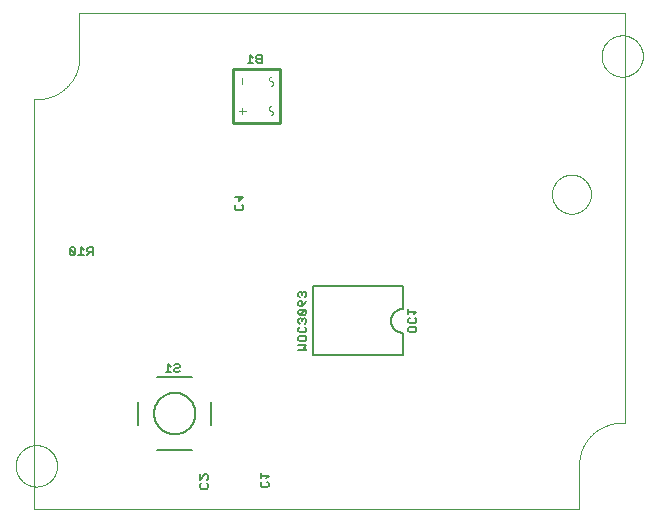
<source format=gbo>
G75*
%MOIN*%
%OFA0B0*%
%FSLAX25Y25*%
%IPPOS*%
%LPD*%
%AMOC8*
5,1,8,0,0,1.08239X$1,22.5*
%
%ADD10C,0.00394*%
%ADD11C,0.00000*%
%ADD12C,0.00600*%
%ADD13C,0.00800*%
%ADD14C,0.01000*%
%ADD15C,0.00400*%
%ADD16C,0.00500*%
D10*
X0014189Y0005042D02*
X0195882Y0005042D01*
X0195882Y0019609D02*
X0195886Y0019951D01*
X0195899Y0020294D01*
X0195919Y0020636D01*
X0195948Y0020977D01*
X0195985Y0021317D01*
X0196031Y0021657D01*
X0196084Y0021995D01*
X0196146Y0022332D01*
X0196216Y0022667D01*
X0196294Y0023001D01*
X0196380Y0023332D01*
X0196474Y0023662D01*
X0196576Y0023989D01*
X0196685Y0024313D01*
X0196803Y0024635D01*
X0196928Y0024954D01*
X0197061Y0025269D01*
X0197202Y0025582D01*
X0197350Y0025890D01*
X0197505Y0026196D01*
X0197668Y0026497D01*
X0197838Y0026794D01*
X0198015Y0027087D01*
X0198200Y0027376D01*
X0198391Y0027660D01*
X0198589Y0027940D01*
X0198793Y0028214D01*
X0199005Y0028484D01*
X0199222Y0028748D01*
X0199446Y0029007D01*
X0199677Y0029261D01*
X0199913Y0029509D01*
X0200155Y0029751D01*
X0200403Y0029987D01*
X0200657Y0030218D01*
X0200916Y0030442D01*
X0201180Y0030659D01*
X0201450Y0030871D01*
X0201724Y0031075D01*
X0202004Y0031273D01*
X0202288Y0031464D01*
X0202577Y0031649D01*
X0202870Y0031826D01*
X0203167Y0031996D01*
X0203468Y0032159D01*
X0203774Y0032314D01*
X0204082Y0032462D01*
X0204395Y0032603D01*
X0204710Y0032736D01*
X0205029Y0032861D01*
X0205351Y0032979D01*
X0205675Y0033088D01*
X0206002Y0033190D01*
X0206332Y0033284D01*
X0206663Y0033370D01*
X0206997Y0033448D01*
X0207332Y0033518D01*
X0207669Y0033580D01*
X0208007Y0033633D01*
X0208347Y0033679D01*
X0208687Y0033716D01*
X0209028Y0033745D01*
X0209370Y0033765D01*
X0209713Y0033778D01*
X0210055Y0033782D01*
X0211039Y0033782D02*
X0211039Y0170396D01*
X0029346Y0170396D01*
X0029346Y0155830D01*
X0029342Y0155488D01*
X0029329Y0155145D01*
X0029309Y0154803D01*
X0029280Y0154462D01*
X0029243Y0154122D01*
X0029197Y0153782D01*
X0029144Y0153444D01*
X0029082Y0153107D01*
X0029012Y0152772D01*
X0028934Y0152438D01*
X0028848Y0152107D01*
X0028754Y0151777D01*
X0028652Y0151450D01*
X0028543Y0151126D01*
X0028425Y0150804D01*
X0028300Y0150485D01*
X0028167Y0150170D01*
X0028026Y0149857D01*
X0027878Y0149549D01*
X0027723Y0149243D01*
X0027560Y0148942D01*
X0027390Y0148645D01*
X0027213Y0148352D01*
X0027028Y0148063D01*
X0026837Y0147779D01*
X0026639Y0147499D01*
X0026435Y0147225D01*
X0026223Y0146955D01*
X0026006Y0146691D01*
X0025782Y0146432D01*
X0025551Y0146178D01*
X0025315Y0145930D01*
X0025073Y0145688D01*
X0024825Y0145452D01*
X0024571Y0145221D01*
X0024312Y0144997D01*
X0024048Y0144780D01*
X0023778Y0144568D01*
X0023504Y0144364D01*
X0023224Y0144166D01*
X0022940Y0143975D01*
X0022651Y0143790D01*
X0022358Y0143613D01*
X0022061Y0143443D01*
X0021760Y0143280D01*
X0021454Y0143125D01*
X0021146Y0142977D01*
X0020833Y0142836D01*
X0020518Y0142703D01*
X0020199Y0142578D01*
X0019877Y0142460D01*
X0019553Y0142351D01*
X0019226Y0142249D01*
X0018896Y0142155D01*
X0018565Y0142069D01*
X0018231Y0141991D01*
X0017896Y0141921D01*
X0017559Y0141859D01*
X0017221Y0141806D01*
X0016881Y0141760D01*
X0016541Y0141723D01*
X0016200Y0141694D01*
X0015858Y0141674D01*
X0015515Y0141661D01*
X0015173Y0141657D01*
X0014189Y0141656D02*
X0014189Y0005042D01*
D11*
X0008086Y0019412D02*
X0008088Y0019581D01*
X0008094Y0019750D01*
X0008105Y0019919D01*
X0008119Y0020087D01*
X0008138Y0020255D01*
X0008161Y0020423D01*
X0008187Y0020590D01*
X0008218Y0020756D01*
X0008253Y0020922D01*
X0008292Y0021086D01*
X0008336Y0021250D01*
X0008383Y0021412D01*
X0008434Y0021573D01*
X0008489Y0021733D01*
X0008548Y0021892D01*
X0008610Y0022049D01*
X0008677Y0022204D01*
X0008748Y0022358D01*
X0008822Y0022510D01*
X0008900Y0022660D01*
X0008981Y0022808D01*
X0009066Y0022954D01*
X0009155Y0023098D01*
X0009247Y0023240D01*
X0009343Y0023379D01*
X0009442Y0023516D01*
X0009544Y0023651D01*
X0009650Y0023783D01*
X0009759Y0023912D01*
X0009871Y0024039D01*
X0009986Y0024163D01*
X0010104Y0024284D01*
X0010225Y0024402D01*
X0010349Y0024517D01*
X0010476Y0024629D01*
X0010605Y0024738D01*
X0010737Y0024844D01*
X0010872Y0024946D01*
X0011009Y0025045D01*
X0011148Y0025141D01*
X0011290Y0025233D01*
X0011434Y0025322D01*
X0011580Y0025407D01*
X0011728Y0025488D01*
X0011878Y0025566D01*
X0012030Y0025640D01*
X0012184Y0025711D01*
X0012339Y0025778D01*
X0012496Y0025840D01*
X0012655Y0025899D01*
X0012815Y0025954D01*
X0012976Y0026005D01*
X0013138Y0026052D01*
X0013302Y0026096D01*
X0013466Y0026135D01*
X0013632Y0026170D01*
X0013798Y0026201D01*
X0013965Y0026227D01*
X0014133Y0026250D01*
X0014301Y0026269D01*
X0014469Y0026283D01*
X0014638Y0026294D01*
X0014807Y0026300D01*
X0014976Y0026302D01*
X0015145Y0026300D01*
X0015314Y0026294D01*
X0015483Y0026283D01*
X0015651Y0026269D01*
X0015819Y0026250D01*
X0015987Y0026227D01*
X0016154Y0026201D01*
X0016320Y0026170D01*
X0016486Y0026135D01*
X0016650Y0026096D01*
X0016814Y0026052D01*
X0016976Y0026005D01*
X0017137Y0025954D01*
X0017297Y0025899D01*
X0017456Y0025840D01*
X0017613Y0025778D01*
X0017768Y0025711D01*
X0017922Y0025640D01*
X0018074Y0025566D01*
X0018224Y0025488D01*
X0018372Y0025407D01*
X0018518Y0025322D01*
X0018662Y0025233D01*
X0018804Y0025141D01*
X0018943Y0025045D01*
X0019080Y0024946D01*
X0019215Y0024844D01*
X0019347Y0024738D01*
X0019476Y0024629D01*
X0019603Y0024517D01*
X0019727Y0024402D01*
X0019848Y0024284D01*
X0019966Y0024163D01*
X0020081Y0024039D01*
X0020193Y0023912D01*
X0020302Y0023783D01*
X0020408Y0023651D01*
X0020510Y0023516D01*
X0020609Y0023379D01*
X0020705Y0023240D01*
X0020797Y0023098D01*
X0020886Y0022954D01*
X0020971Y0022808D01*
X0021052Y0022660D01*
X0021130Y0022510D01*
X0021204Y0022358D01*
X0021275Y0022204D01*
X0021342Y0022049D01*
X0021404Y0021892D01*
X0021463Y0021733D01*
X0021518Y0021573D01*
X0021569Y0021412D01*
X0021616Y0021250D01*
X0021660Y0021086D01*
X0021699Y0020922D01*
X0021734Y0020756D01*
X0021765Y0020590D01*
X0021791Y0020423D01*
X0021814Y0020255D01*
X0021833Y0020087D01*
X0021847Y0019919D01*
X0021858Y0019750D01*
X0021864Y0019581D01*
X0021866Y0019412D01*
X0021864Y0019243D01*
X0021858Y0019074D01*
X0021847Y0018905D01*
X0021833Y0018737D01*
X0021814Y0018569D01*
X0021791Y0018401D01*
X0021765Y0018234D01*
X0021734Y0018068D01*
X0021699Y0017902D01*
X0021660Y0017738D01*
X0021616Y0017574D01*
X0021569Y0017412D01*
X0021518Y0017251D01*
X0021463Y0017091D01*
X0021404Y0016932D01*
X0021342Y0016775D01*
X0021275Y0016620D01*
X0021204Y0016466D01*
X0021130Y0016314D01*
X0021052Y0016164D01*
X0020971Y0016016D01*
X0020886Y0015870D01*
X0020797Y0015726D01*
X0020705Y0015584D01*
X0020609Y0015445D01*
X0020510Y0015308D01*
X0020408Y0015173D01*
X0020302Y0015041D01*
X0020193Y0014912D01*
X0020081Y0014785D01*
X0019966Y0014661D01*
X0019848Y0014540D01*
X0019727Y0014422D01*
X0019603Y0014307D01*
X0019476Y0014195D01*
X0019347Y0014086D01*
X0019215Y0013980D01*
X0019080Y0013878D01*
X0018943Y0013779D01*
X0018804Y0013683D01*
X0018662Y0013591D01*
X0018518Y0013502D01*
X0018372Y0013417D01*
X0018224Y0013336D01*
X0018074Y0013258D01*
X0017922Y0013184D01*
X0017768Y0013113D01*
X0017613Y0013046D01*
X0017456Y0012984D01*
X0017297Y0012925D01*
X0017137Y0012870D01*
X0016976Y0012819D01*
X0016814Y0012772D01*
X0016650Y0012728D01*
X0016486Y0012689D01*
X0016320Y0012654D01*
X0016154Y0012623D01*
X0015987Y0012597D01*
X0015819Y0012574D01*
X0015651Y0012555D01*
X0015483Y0012541D01*
X0015314Y0012530D01*
X0015145Y0012524D01*
X0014976Y0012522D01*
X0014807Y0012524D01*
X0014638Y0012530D01*
X0014469Y0012541D01*
X0014301Y0012555D01*
X0014133Y0012574D01*
X0013965Y0012597D01*
X0013798Y0012623D01*
X0013632Y0012654D01*
X0013466Y0012689D01*
X0013302Y0012728D01*
X0013138Y0012772D01*
X0012976Y0012819D01*
X0012815Y0012870D01*
X0012655Y0012925D01*
X0012496Y0012984D01*
X0012339Y0013046D01*
X0012184Y0013113D01*
X0012030Y0013184D01*
X0011878Y0013258D01*
X0011728Y0013336D01*
X0011580Y0013417D01*
X0011434Y0013502D01*
X0011290Y0013591D01*
X0011148Y0013683D01*
X0011009Y0013779D01*
X0010872Y0013878D01*
X0010737Y0013980D01*
X0010605Y0014086D01*
X0010476Y0014195D01*
X0010349Y0014307D01*
X0010225Y0014422D01*
X0010104Y0014540D01*
X0009986Y0014661D01*
X0009871Y0014785D01*
X0009759Y0014912D01*
X0009650Y0015041D01*
X0009544Y0015173D01*
X0009442Y0015308D01*
X0009343Y0015445D01*
X0009247Y0015584D01*
X0009155Y0015726D01*
X0009066Y0015870D01*
X0008981Y0016016D01*
X0008900Y0016164D01*
X0008822Y0016314D01*
X0008748Y0016466D01*
X0008677Y0016620D01*
X0008610Y0016775D01*
X0008548Y0016932D01*
X0008489Y0017091D01*
X0008434Y0017251D01*
X0008383Y0017412D01*
X0008336Y0017574D01*
X0008292Y0017738D01*
X0008253Y0017902D01*
X0008218Y0018068D01*
X0008187Y0018234D01*
X0008161Y0018401D01*
X0008138Y0018569D01*
X0008119Y0018737D01*
X0008105Y0018905D01*
X0008094Y0019074D01*
X0008088Y0019243D01*
X0008086Y0019412D01*
X0014189Y0141656D02*
X0015173Y0141656D01*
X0186854Y0109971D02*
X0186856Y0110132D01*
X0186862Y0110292D01*
X0186872Y0110453D01*
X0186886Y0110613D01*
X0186904Y0110773D01*
X0186925Y0110932D01*
X0186951Y0111091D01*
X0186981Y0111249D01*
X0187014Y0111406D01*
X0187052Y0111563D01*
X0187093Y0111718D01*
X0187138Y0111872D01*
X0187187Y0112025D01*
X0187240Y0112177D01*
X0187296Y0112328D01*
X0187357Y0112477D01*
X0187420Y0112625D01*
X0187488Y0112771D01*
X0187559Y0112915D01*
X0187633Y0113057D01*
X0187711Y0113198D01*
X0187793Y0113336D01*
X0187878Y0113473D01*
X0187966Y0113607D01*
X0188058Y0113739D01*
X0188153Y0113869D01*
X0188251Y0113997D01*
X0188352Y0114122D01*
X0188456Y0114244D01*
X0188563Y0114364D01*
X0188673Y0114481D01*
X0188786Y0114596D01*
X0188902Y0114707D01*
X0189021Y0114816D01*
X0189142Y0114921D01*
X0189266Y0115024D01*
X0189392Y0115124D01*
X0189520Y0115220D01*
X0189651Y0115313D01*
X0189785Y0115403D01*
X0189920Y0115490D01*
X0190058Y0115573D01*
X0190197Y0115653D01*
X0190339Y0115729D01*
X0190482Y0115802D01*
X0190627Y0115871D01*
X0190774Y0115937D01*
X0190922Y0115999D01*
X0191072Y0116057D01*
X0191223Y0116112D01*
X0191376Y0116163D01*
X0191530Y0116210D01*
X0191685Y0116253D01*
X0191841Y0116292D01*
X0191997Y0116328D01*
X0192155Y0116359D01*
X0192313Y0116387D01*
X0192472Y0116411D01*
X0192632Y0116431D01*
X0192792Y0116447D01*
X0192952Y0116459D01*
X0193113Y0116467D01*
X0193274Y0116471D01*
X0193434Y0116471D01*
X0193595Y0116467D01*
X0193756Y0116459D01*
X0193916Y0116447D01*
X0194076Y0116431D01*
X0194236Y0116411D01*
X0194395Y0116387D01*
X0194553Y0116359D01*
X0194711Y0116328D01*
X0194867Y0116292D01*
X0195023Y0116253D01*
X0195178Y0116210D01*
X0195332Y0116163D01*
X0195485Y0116112D01*
X0195636Y0116057D01*
X0195786Y0115999D01*
X0195934Y0115937D01*
X0196081Y0115871D01*
X0196226Y0115802D01*
X0196369Y0115729D01*
X0196511Y0115653D01*
X0196650Y0115573D01*
X0196788Y0115490D01*
X0196923Y0115403D01*
X0197057Y0115313D01*
X0197188Y0115220D01*
X0197316Y0115124D01*
X0197442Y0115024D01*
X0197566Y0114921D01*
X0197687Y0114816D01*
X0197806Y0114707D01*
X0197922Y0114596D01*
X0198035Y0114481D01*
X0198145Y0114364D01*
X0198252Y0114244D01*
X0198356Y0114122D01*
X0198457Y0113997D01*
X0198555Y0113869D01*
X0198650Y0113739D01*
X0198742Y0113607D01*
X0198830Y0113473D01*
X0198915Y0113336D01*
X0198997Y0113198D01*
X0199075Y0113057D01*
X0199149Y0112915D01*
X0199220Y0112771D01*
X0199288Y0112625D01*
X0199351Y0112477D01*
X0199412Y0112328D01*
X0199468Y0112177D01*
X0199521Y0112025D01*
X0199570Y0111872D01*
X0199615Y0111718D01*
X0199656Y0111563D01*
X0199694Y0111406D01*
X0199727Y0111249D01*
X0199757Y0111091D01*
X0199783Y0110932D01*
X0199804Y0110773D01*
X0199822Y0110613D01*
X0199836Y0110453D01*
X0199846Y0110292D01*
X0199852Y0110132D01*
X0199854Y0109971D01*
X0199852Y0109810D01*
X0199846Y0109650D01*
X0199836Y0109489D01*
X0199822Y0109329D01*
X0199804Y0109169D01*
X0199783Y0109010D01*
X0199757Y0108851D01*
X0199727Y0108693D01*
X0199694Y0108536D01*
X0199656Y0108379D01*
X0199615Y0108224D01*
X0199570Y0108070D01*
X0199521Y0107917D01*
X0199468Y0107765D01*
X0199412Y0107614D01*
X0199351Y0107465D01*
X0199288Y0107317D01*
X0199220Y0107171D01*
X0199149Y0107027D01*
X0199075Y0106885D01*
X0198997Y0106744D01*
X0198915Y0106606D01*
X0198830Y0106469D01*
X0198742Y0106335D01*
X0198650Y0106203D01*
X0198555Y0106073D01*
X0198457Y0105945D01*
X0198356Y0105820D01*
X0198252Y0105698D01*
X0198145Y0105578D01*
X0198035Y0105461D01*
X0197922Y0105346D01*
X0197806Y0105235D01*
X0197687Y0105126D01*
X0197566Y0105021D01*
X0197442Y0104918D01*
X0197316Y0104818D01*
X0197188Y0104722D01*
X0197057Y0104629D01*
X0196923Y0104539D01*
X0196788Y0104452D01*
X0196650Y0104369D01*
X0196511Y0104289D01*
X0196369Y0104213D01*
X0196226Y0104140D01*
X0196081Y0104071D01*
X0195934Y0104005D01*
X0195786Y0103943D01*
X0195636Y0103885D01*
X0195485Y0103830D01*
X0195332Y0103779D01*
X0195178Y0103732D01*
X0195023Y0103689D01*
X0194867Y0103650D01*
X0194711Y0103614D01*
X0194553Y0103583D01*
X0194395Y0103555D01*
X0194236Y0103531D01*
X0194076Y0103511D01*
X0193916Y0103495D01*
X0193756Y0103483D01*
X0193595Y0103475D01*
X0193434Y0103471D01*
X0193274Y0103471D01*
X0193113Y0103475D01*
X0192952Y0103483D01*
X0192792Y0103495D01*
X0192632Y0103511D01*
X0192472Y0103531D01*
X0192313Y0103555D01*
X0192155Y0103583D01*
X0191997Y0103614D01*
X0191841Y0103650D01*
X0191685Y0103689D01*
X0191530Y0103732D01*
X0191376Y0103779D01*
X0191223Y0103830D01*
X0191072Y0103885D01*
X0190922Y0103943D01*
X0190774Y0104005D01*
X0190627Y0104071D01*
X0190482Y0104140D01*
X0190339Y0104213D01*
X0190197Y0104289D01*
X0190058Y0104369D01*
X0189920Y0104452D01*
X0189785Y0104539D01*
X0189651Y0104629D01*
X0189520Y0104722D01*
X0189392Y0104818D01*
X0189266Y0104918D01*
X0189142Y0105021D01*
X0189021Y0105126D01*
X0188902Y0105235D01*
X0188786Y0105346D01*
X0188673Y0105461D01*
X0188563Y0105578D01*
X0188456Y0105698D01*
X0188352Y0105820D01*
X0188251Y0105945D01*
X0188153Y0106073D01*
X0188058Y0106203D01*
X0187966Y0106335D01*
X0187878Y0106469D01*
X0187793Y0106606D01*
X0187711Y0106744D01*
X0187633Y0106885D01*
X0187559Y0107027D01*
X0187488Y0107171D01*
X0187420Y0107317D01*
X0187357Y0107465D01*
X0187296Y0107614D01*
X0187240Y0107765D01*
X0187187Y0107917D01*
X0187138Y0108070D01*
X0187093Y0108224D01*
X0187052Y0108379D01*
X0187014Y0108536D01*
X0186981Y0108693D01*
X0186951Y0108851D01*
X0186925Y0109010D01*
X0186904Y0109169D01*
X0186886Y0109329D01*
X0186872Y0109489D01*
X0186862Y0109650D01*
X0186856Y0109810D01*
X0186854Y0109971D01*
X0203362Y0156026D02*
X0203364Y0156195D01*
X0203370Y0156364D01*
X0203381Y0156533D01*
X0203395Y0156701D01*
X0203414Y0156869D01*
X0203437Y0157037D01*
X0203463Y0157204D01*
X0203494Y0157370D01*
X0203529Y0157536D01*
X0203568Y0157700D01*
X0203612Y0157864D01*
X0203659Y0158026D01*
X0203710Y0158187D01*
X0203765Y0158347D01*
X0203824Y0158506D01*
X0203886Y0158663D01*
X0203953Y0158818D01*
X0204024Y0158972D01*
X0204098Y0159124D01*
X0204176Y0159274D01*
X0204257Y0159422D01*
X0204342Y0159568D01*
X0204431Y0159712D01*
X0204523Y0159854D01*
X0204619Y0159993D01*
X0204718Y0160130D01*
X0204820Y0160265D01*
X0204926Y0160397D01*
X0205035Y0160526D01*
X0205147Y0160653D01*
X0205262Y0160777D01*
X0205380Y0160898D01*
X0205501Y0161016D01*
X0205625Y0161131D01*
X0205752Y0161243D01*
X0205881Y0161352D01*
X0206013Y0161458D01*
X0206148Y0161560D01*
X0206285Y0161659D01*
X0206424Y0161755D01*
X0206566Y0161847D01*
X0206710Y0161936D01*
X0206856Y0162021D01*
X0207004Y0162102D01*
X0207154Y0162180D01*
X0207306Y0162254D01*
X0207460Y0162325D01*
X0207615Y0162392D01*
X0207772Y0162454D01*
X0207931Y0162513D01*
X0208091Y0162568D01*
X0208252Y0162619D01*
X0208414Y0162666D01*
X0208578Y0162710D01*
X0208742Y0162749D01*
X0208908Y0162784D01*
X0209074Y0162815D01*
X0209241Y0162841D01*
X0209409Y0162864D01*
X0209577Y0162883D01*
X0209745Y0162897D01*
X0209914Y0162908D01*
X0210083Y0162914D01*
X0210252Y0162916D01*
X0210421Y0162914D01*
X0210590Y0162908D01*
X0210759Y0162897D01*
X0210927Y0162883D01*
X0211095Y0162864D01*
X0211263Y0162841D01*
X0211430Y0162815D01*
X0211596Y0162784D01*
X0211762Y0162749D01*
X0211926Y0162710D01*
X0212090Y0162666D01*
X0212252Y0162619D01*
X0212413Y0162568D01*
X0212573Y0162513D01*
X0212732Y0162454D01*
X0212889Y0162392D01*
X0213044Y0162325D01*
X0213198Y0162254D01*
X0213350Y0162180D01*
X0213500Y0162102D01*
X0213648Y0162021D01*
X0213794Y0161936D01*
X0213938Y0161847D01*
X0214080Y0161755D01*
X0214219Y0161659D01*
X0214356Y0161560D01*
X0214491Y0161458D01*
X0214623Y0161352D01*
X0214752Y0161243D01*
X0214879Y0161131D01*
X0215003Y0161016D01*
X0215124Y0160898D01*
X0215242Y0160777D01*
X0215357Y0160653D01*
X0215469Y0160526D01*
X0215578Y0160397D01*
X0215684Y0160265D01*
X0215786Y0160130D01*
X0215885Y0159993D01*
X0215981Y0159854D01*
X0216073Y0159712D01*
X0216162Y0159568D01*
X0216247Y0159422D01*
X0216328Y0159274D01*
X0216406Y0159124D01*
X0216480Y0158972D01*
X0216551Y0158818D01*
X0216618Y0158663D01*
X0216680Y0158506D01*
X0216739Y0158347D01*
X0216794Y0158187D01*
X0216845Y0158026D01*
X0216892Y0157864D01*
X0216936Y0157700D01*
X0216975Y0157536D01*
X0217010Y0157370D01*
X0217041Y0157204D01*
X0217067Y0157037D01*
X0217090Y0156869D01*
X0217109Y0156701D01*
X0217123Y0156533D01*
X0217134Y0156364D01*
X0217140Y0156195D01*
X0217142Y0156026D01*
X0217140Y0155857D01*
X0217134Y0155688D01*
X0217123Y0155519D01*
X0217109Y0155351D01*
X0217090Y0155183D01*
X0217067Y0155015D01*
X0217041Y0154848D01*
X0217010Y0154682D01*
X0216975Y0154516D01*
X0216936Y0154352D01*
X0216892Y0154188D01*
X0216845Y0154026D01*
X0216794Y0153865D01*
X0216739Y0153705D01*
X0216680Y0153546D01*
X0216618Y0153389D01*
X0216551Y0153234D01*
X0216480Y0153080D01*
X0216406Y0152928D01*
X0216328Y0152778D01*
X0216247Y0152630D01*
X0216162Y0152484D01*
X0216073Y0152340D01*
X0215981Y0152198D01*
X0215885Y0152059D01*
X0215786Y0151922D01*
X0215684Y0151787D01*
X0215578Y0151655D01*
X0215469Y0151526D01*
X0215357Y0151399D01*
X0215242Y0151275D01*
X0215124Y0151154D01*
X0215003Y0151036D01*
X0214879Y0150921D01*
X0214752Y0150809D01*
X0214623Y0150700D01*
X0214491Y0150594D01*
X0214356Y0150492D01*
X0214219Y0150393D01*
X0214080Y0150297D01*
X0213938Y0150205D01*
X0213794Y0150116D01*
X0213648Y0150031D01*
X0213500Y0149950D01*
X0213350Y0149872D01*
X0213198Y0149798D01*
X0213044Y0149727D01*
X0212889Y0149660D01*
X0212732Y0149598D01*
X0212573Y0149539D01*
X0212413Y0149484D01*
X0212252Y0149433D01*
X0212090Y0149386D01*
X0211926Y0149342D01*
X0211762Y0149303D01*
X0211596Y0149268D01*
X0211430Y0149237D01*
X0211263Y0149211D01*
X0211095Y0149188D01*
X0210927Y0149169D01*
X0210759Y0149155D01*
X0210590Y0149144D01*
X0210421Y0149138D01*
X0210252Y0149136D01*
X0210083Y0149138D01*
X0209914Y0149144D01*
X0209745Y0149155D01*
X0209577Y0149169D01*
X0209409Y0149188D01*
X0209241Y0149211D01*
X0209074Y0149237D01*
X0208908Y0149268D01*
X0208742Y0149303D01*
X0208578Y0149342D01*
X0208414Y0149386D01*
X0208252Y0149433D01*
X0208091Y0149484D01*
X0207931Y0149539D01*
X0207772Y0149598D01*
X0207615Y0149660D01*
X0207460Y0149727D01*
X0207306Y0149798D01*
X0207154Y0149872D01*
X0207004Y0149950D01*
X0206856Y0150031D01*
X0206710Y0150116D01*
X0206566Y0150205D01*
X0206424Y0150297D01*
X0206285Y0150393D01*
X0206148Y0150492D01*
X0206013Y0150594D01*
X0205881Y0150700D01*
X0205752Y0150809D01*
X0205625Y0150921D01*
X0205501Y0151036D01*
X0205380Y0151154D01*
X0205262Y0151275D01*
X0205147Y0151399D01*
X0205035Y0151526D01*
X0204926Y0151655D01*
X0204820Y0151787D01*
X0204718Y0151922D01*
X0204619Y0152059D01*
X0204523Y0152198D01*
X0204431Y0152340D01*
X0204342Y0152484D01*
X0204257Y0152630D01*
X0204176Y0152778D01*
X0204098Y0152928D01*
X0204024Y0153080D01*
X0203953Y0153234D01*
X0203886Y0153389D01*
X0203824Y0153546D01*
X0203765Y0153705D01*
X0203710Y0153865D01*
X0203659Y0154026D01*
X0203612Y0154188D01*
X0203568Y0154352D01*
X0203529Y0154516D01*
X0203494Y0154682D01*
X0203463Y0154848D01*
X0203437Y0155015D01*
X0203414Y0155183D01*
X0203395Y0155351D01*
X0203381Y0155519D01*
X0203370Y0155688D01*
X0203364Y0155857D01*
X0203362Y0156026D01*
X0210055Y0033782D02*
X0211039Y0033782D01*
X0195882Y0019609D02*
X0195882Y0005042D01*
D12*
X0137201Y0056274D02*
X0137201Y0063774D01*
X0137075Y0063776D01*
X0136950Y0063782D01*
X0136825Y0063792D01*
X0136700Y0063806D01*
X0136575Y0063823D01*
X0136451Y0063845D01*
X0136328Y0063870D01*
X0136206Y0063900D01*
X0136085Y0063933D01*
X0135965Y0063970D01*
X0135846Y0064010D01*
X0135729Y0064055D01*
X0135612Y0064103D01*
X0135498Y0064155D01*
X0135385Y0064210D01*
X0135274Y0064269D01*
X0135165Y0064331D01*
X0135058Y0064397D01*
X0134953Y0064466D01*
X0134850Y0064538D01*
X0134749Y0064613D01*
X0134651Y0064692D01*
X0134556Y0064774D01*
X0134463Y0064858D01*
X0134373Y0064946D01*
X0134285Y0065036D01*
X0134201Y0065129D01*
X0134119Y0065224D01*
X0134040Y0065322D01*
X0133965Y0065423D01*
X0133893Y0065526D01*
X0133824Y0065631D01*
X0133758Y0065738D01*
X0133696Y0065847D01*
X0133637Y0065958D01*
X0133582Y0066071D01*
X0133530Y0066185D01*
X0133482Y0066302D01*
X0133437Y0066419D01*
X0133397Y0066538D01*
X0133360Y0066658D01*
X0133327Y0066779D01*
X0133297Y0066901D01*
X0133272Y0067024D01*
X0133250Y0067148D01*
X0133233Y0067273D01*
X0133219Y0067398D01*
X0133209Y0067523D01*
X0133203Y0067648D01*
X0133201Y0067774D01*
X0133203Y0067900D01*
X0133209Y0068025D01*
X0133219Y0068150D01*
X0133233Y0068275D01*
X0133250Y0068400D01*
X0133272Y0068524D01*
X0133297Y0068647D01*
X0133327Y0068769D01*
X0133360Y0068890D01*
X0133397Y0069010D01*
X0133437Y0069129D01*
X0133482Y0069246D01*
X0133530Y0069363D01*
X0133582Y0069477D01*
X0133637Y0069590D01*
X0133696Y0069701D01*
X0133758Y0069810D01*
X0133824Y0069917D01*
X0133893Y0070022D01*
X0133965Y0070125D01*
X0134040Y0070226D01*
X0134119Y0070324D01*
X0134201Y0070419D01*
X0134285Y0070512D01*
X0134373Y0070602D01*
X0134463Y0070690D01*
X0134556Y0070774D01*
X0134651Y0070856D01*
X0134749Y0070935D01*
X0134850Y0071010D01*
X0134953Y0071082D01*
X0135058Y0071151D01*
X0135165Y0071217D01*
X0135274Y0071279D01*
X0135385Y0071338D01*
X0135498Y0071393D01*
X0135612Y0071445D01*
X0135729Y0071493D01*
X0135846Y0071538D01*
X0135965Y0071578D01*
X0136085Y0071615D01*
X0136206Y0071648D01*
X0136328Y0071678D01*
X0136451Y0071703D01*
X0136575Y0071725D01*
X0136700Y0071742D01*
X0136825Y0071756D01*
X0136950Y0071766D01*
X0137075Y0071772D01*
X0137201Y0071774D01*
X0137201Y0079274D01*
X0107201Y0079274D01*
X0107201Y0056274D01*
X0137201Y0056274D01*
X0104923Y0057980D02*
X0104055Y0058848D01*
X0104923Y0059715D01*
X0102320Y0059715D01*
X0102754Y0060927D02*
X0102320Y0061360D01*
X0102320Y0062228D01*
X0102754Y0062662D01*
X0104489Y0062662D01*
X0104923Y0062228D01*
X0104923Y0061360D01*
X0104489Y0060927D01*
X0102754Y0060927D01*
X0102754Y0063873D02*
X0102320Y0064307D01*
X0102320Y0065174D01*
X0102754Y0065608D01*
X0102754Y0066820D02*
X0102320Y0067254D01*
X0102320Y0068121D01*
X0102754Y0068555D01*
X0103188Y0068555D01*
X0103622Y0068121D01*
X0103622Y0067687D01*
X0103622Y0068121D02*
X0104055Y0068555D01*
X0104489Y0068555D01*
X0104923Y0068121D01*
X0104923Y0067254D01*
X0104489Y0066820D01*
X0104489Y0065608D02*
X0104923Y0065174D01*
X0104923Y0064307D01*
X0104489Y0063873D01*
X0102754Y0063873D01*
X0102754Y0069766D02*
X0104489Y0071501D01*
X0102754Y0071501D01*
X0102320Y0071067D01*
X0102320Y0070200D01*
X0102754Y0069766D01*
X0104489Y0069766D01*
X0104923Y0070200D01*
X0104923Y0071067D01*
X0104489Y0071501D01*
X0103622Y0072713D02*
X0102754Y0072713D01*
X0102320Y0073147D01*
X0102320Y0074014D01*
X0102754Y0074448D01*
X0103188Y0074448D01*
X0103622Y0074014D01*
X0103622Y0072713D01*
X0104489Y0073580D01*
X0104923Y0074448D01*
X0104489Y0075659D02*
X0104923Y0076093D01*
X0104923Y0076960D01*
X0104489Y0077394D01*
X0104055Y0077394D01*
X0103622Y0076960D01*
X0103188Y0077394D01*
X0102754Y0077394D01*
X0102320Y0076960D01*
X0102320Y0076093D01*
X0102754Y0075659D01*
X0103622Y0076527D02*
X0103622Y0076960D01*
X0102320Y0057980D02*
X0104923Y0057980D01*
X0062724Y0052920D02*
X0062724Y0052486D01*
X0062290Y0052053D01*
X0061423Y0052053D01*
X0060989Y0051619D01*
X0060989Y0051185D01*
X0061423Y0050752D01*
X0062290Y0050752D01*
X0062724Y0051185D01*
X0062724Y0052920D02*
X0062290Y0053354D01*
X0061423Y0053354D01*
X0060989Y0052920D01*
X0059777Y0052486D02*
X0058910Y0053354D01*
X0058910Y0050752D01*
X0059777Y0050752D02*
X0058042Y0050752D01*
X0033693Y0089681D02*
X0033693Y0092284D01*
X0032392Y0092284D01*
X0031958Y0091850D01*
X0031958Y0090983D01*
X0032392Y0090549D01*
X0033693Y0090549D01*
X0032826Y0090549D02*
X0031958Y0089681D01*
X0030747Y0089681D02*
X0029012Y0089681D01*
X0029879Y0089681D02*
X0029879Y0092284D01*
X0030747Y0091416D01*
X0027800Y0091850D02*
X0027800Y0090115D01*
X0026065Y0091850D01*
X0026065Y0090115D01*
X0026499Y0089681D01*
X0027366Y0089681D01*
X0027800Y0090115D01*
X0027800Y0091850D02*
X0027366Y0092284D01*
X0026499Y0092284D01*
X0026065Y0091850D01*
X0085389Y0153775D02*
X0087124Y0153775D01*
X0086256Y0153775D02*
X0086256Y0156377D01*
X0087124Y0155510D01*
X0088335Y0155510D02*
X0088769Y0155076D01*
X0090070Y0155076D01*
X0090070Y0153775D02*
X0088769Y0153775D01*
X0088335Y0154209D01*
X0088335Y0154643D01*
X0088769Y0155076D01*
X0088335Y0155510D02*
X0088335Y0155944D01*
X0088769Y0156377D01*
X0090070Y0156377D01*
X0090070Y0153775D01*
D13*
X0067020Y0049101D02*
X0055209Y0049101D01*
X0048909Y0040833D02*
X0048909Y0032959D01*
X0055209Y0024692D02*
X0067020Y0024692D01*
X0073319Y0032959D02*
X0073319Y0040833D01*
X0054224Y0036896D02*
X0054226Y0037065D01*
X0054232Y0037234D01*
X0054243Y0037403D01*
X0054257Y0037571D01*
X0054276Y0037739D01*
X0054299Y0037907D01*
X0054325Y0038074D01*
X0054356Y0038240D01*
X0054391Y0038406D01*
X0054430Y0038570D01*
X0054474Y0038734D01*
X0054521Y0038896D01*
X0054572Y0039057D01*
X0054627Y0039217D01*
X0054686Y0039376D01*
X0054748Y0039533D01*
X0054815Y0039688D01*
X0054886Y0039842D01*
X0054960Y0039994D01*
X0055038Y0040144D01*
X0055119Y0040292D01*
X0055204Y0040438D01*
X0055293Y0040582D01*
X0055385Y0040724D01*
X0055481Y0040863D01*
X0055580Y0041000D01*
X0055682Y0041135D01*
X0055788Y0041267D01*
X0055897Y0041396D01*
X0056009Y0041523D01*
X0056124Y0041647D01*
X0056242Y0041768D01*
X0056363Y0041886D01*
X0056487Y0042001D01*
X0056614Y0042113D01*
X0056743Y0042222D01*
X0056875Y0042328D01*
X0057010Y0042430D01*
X0057147Y0042529D01*
X0057286Y0042625D01*
X0057428Y0042717D01*
X0057572Y0042806D01*
X0057718Y0042891D01*
X0057866Y0042972D01*
X0058016Y0043050D01*
X0058168Y0043124D01*
X0058322Y0043195D01*
X0058477Y0043262D01*
X0058634Y0043324D01*
X0058793Y0043383D01*
X0058953Y0043438D01*
X0059114Y0043489D01*
X0059276Y0043536D01*
X0059440Y0043580D01*
X0059604Y0043619D01*
X0059770Y0043654D01*
X0059936Y0043685D01*
X0060103Y0043711D01*
X0060271Y0043734D01*
X0060439Y0043753D01*
X0060607Y0043767D01*
X0060776Y0043778D01*
X0060945Y0043784D01*
X0061114Y0043786D01*
X0061283Y0043784D01*
X0061452Y0043778D01*
X0061621Y0043767D01*
X0061789Y0043753D01*
X0061957Y0043734D01*
X0062125Y0043711D01*
X0062292Y0043685D01*
X0062458Y0043654D01*
X0062624Y0043619D01*
X0062788Y0043580D01*
X0062952Y0043536D01*
X0063114Y0043489D01*
X0063275Y0043438D01*
X0063435Y0043383D01*
X0063594Y0043324D01*
X0063751Y0043262D01*
X0063906Y0043195D01*
X0064060Y0043124D01*
X0064212Y0043050D01*
X0064362Y0042972D01*
X0064510Y0042891D01*
X0064656Y0042806D01*
X0064800Y0042717D01*
X0064942Y0042625D01*
X0065081Y0042529D01*
X0065218Y0042430D01*
X0065353Y0042328D01*
X0065485Y0042222D01*
X0065614Y0042113D01*
X0065741Y0042001D01*
X0065865Y0041886D01*
X0065986Y0041768D01*
X0066104Y0041647D01*
X0066219Y0041523D01*
X0066331Y0041396D01*
X0066440Y0041267D01*
X0066546Y0041135D01*
X0066648Y0041000D01*
X0066747Y0040863D01*
X0066843Y0040724D01*
X0066935Y0040582D01*
X0067024Y0040438D01*
X0067109Y0040292D01*
X0067190Y0040144D01*
X0067268Y0039994D01*
X0067342Y0039842D01*
X0067413Y0039688D01*
X0067480Y0039533D01*
X0067542Y0039376D01*
X0067601Y0039217D01*
X0067656Y0039057D01*
X0067707Y0038896D01*
X0067754Y0038734D01*
X0067798Y0038570D01*
X0067837Y0038406D01*
X0067872Y0038240D01*
X0067903Y0038074D01*
X0067929Y0037907D01*
X0067952Y0037739D01*
X0067971Y0037571D01*
X0067985Y0037403D01*
X0067996Y0037234D01*
X0068002Y0037065D01*
X0068004Y0036896D01*
X0068002Y0036727D01*
X0067996Y0036558D01*
X0067985Y0036389D01*
X0067971Y0036221D01*
X0067952Y0036053D01*
X0067929Y0035885D01*
X0067903Y0035718D01*
X0067872Y0035552D01*
X0067837Y0035386D01*
X0067798Y0035222D01*
X0067754Y0035058D01*
X0067707Y0034896D01*
X0067656Y0034735D01*
X0067601Y0034575D01*
X0067542Y0034416D01*
X0067480Y0034259D01*
X0067413Y0034104D01*
X0067342Y0033950D01*
X0067268Y0033798D01*
X0067190Y0033648D01*
X0067109Y0033500D01*
X0067024Y0033354D01*
X0066935Y0033210D01*
X0066843Y0033068D01*
X0066747Y0032929D01*
X0066648Y0032792D01*
X0066546Y0032657D01*
X0066440Y0032525D01*
X0066331Y0032396D01*
X0066219Y0032269D01*
X0066104Y0032145D01*
X0065986Y0032024D01*
X0065865Y0031906D01*
X0065741Y0031791D01*
X0065614Y0031679D01*
X0065485Y0031570D01*
X0065353Y0031464D01*
X0065218Y0031362D01*
X0065081Y0031263D01*
X0064942Y0031167D01*
X0064800Y0031075D01*
X0064656Y0030986D01*
X0064510Y0030901D01*
X0064362Y0030820D01*
X0064212Y0030742D01*
X0064060Y0030668D01*
X0063906Y0030597D01*
X0063751Y0030530D01*
X0063594Y0030468D01*
X0063435Y0030409D01*
X0063275Y0030354D01*
X0063114Y0030303D01*
X0062952Y0030256D01*
X0062788Y0030212D01*
X0062624Y0030173D01*
X0062458Y0030138D01*
X0062292Y0030107D01*
X0062125Y0030081D01*
X0061957Y0030058D01*
X0061789Y0030039D01*
X0061621Y0030025D01*
X0061452Y0030014D01*
X0061283Y0030008D01*
X0061114Y0030006D01*
X0060945Y0030008D01*
X0060776Y0030014D01*
X0060607Y0030025D01*
X0060439Y0030039D01*
X0060271Y0030058D01*
X0060103Y0030081D01*
X0059936Y0030107D01*
X0059770Y0030138D01*
X0059604Y0030173D01*
X0059440Y0030212D01*
X0059276Y0030256D01*
X0059114Y0030303D01*
X0058953Y0030354D01*
X0058793Y0030409D01*
X0058634Y0030468D01*
X0058477Y0030530D01*
X0058322Y0030597D01*
X0058168Y0030668D01*
X0058016Y0030742D01*
X0057866Y0030820D01*
X0057718Y0030901D01*
X0057572Y0030986D01*
X0057428Y0031075D01*
X0057286Y0031167D01*
X0057147Y0031263D01*
X0057010Y0031362D01*
X0056875Y0031464D01*
X0056743Y0031570D01*
X0056614Y0031679D01*
X0056487Y0031791D01*
X0056363Y0031906D01*
X0056242Y0032024D01*
X0056124Y0032145D01*
X0056009Y0032269D01*
X0055897Y0032396D01*
X0055788Y0032525D01*
X0055682Y0032657D01*
X0055580Y0032792D01*
X0055481Y0032929D01*
X0055385Y0033068D01*
X0055293Y0033210D01*
X0055204Y0033354D01*
X0055119Y0033500D01*
X0055038Y0033648D01*
X0054960Y0033798D01*
X0054886Y0033950D01*
X0054815Y0034104D01*
X0054748Y0034259D01*
X0054686Y0034416D01*
X0054627Y0034575D01*
X0054572Y0034735D01*
X0054521Y0034896D01*
X0054474Y0035058D01*
X0054430Y0035222D01*
X0054391Y0035386D01*
X0054356Y0035552D01*
X0054325Y0035718D01*
X0054299Y0035885D01*
X0054276Y0036053D01*
X0054257Y0036221D01*
X0054243Y0036389D01*
X0054232Y0036558D01*
X0054226Y0036727D01*
X0054224Y0036896D01*
D14*
X0080476Y0133542D02*
X0096028Y0133542D01*
X0096028Y0151849D01*
X0080476Y0151849D01*
X0080476Y0133542D01*
D15*
X0083626Y0136593D02*
X0083626Y0138759D01*
X0082642Y0137676D02*
X0084709Y0137676D01*
X0093173Y0137774D02*
X0093226Y0137769D01*
X0093278Y0137760D01*
X0093330Y0137747D01*
X0093380Y0137730D01*
X0093429Y0137710D01*
X0093476Y0137687D01*
X0093522Y0137660D01*
X0093566Y0137630D01*
X0093607Y0137597D01*
X0093646Y0137561D01*
X0093682Y0137522D01*
X0093715Y0137481D01*
X0093746Y0137437D01*
X0093773Y0137392D01*
X0093797Y0137344D01*
X0093817Y0137295D01*
X0093834Y0137245D01*
X0093847Y0137194D01*
X0093856Y0137142D01*
X0093862Y0137089D01*
X0093864Y0137036D01*
X0093862Y0136983D01*
X0093856Y0136930D01*
X0093847Y0136878D01*
X0093834Y0136827D01*
X0093817Y0136777D01*
X0093797Y0136728D01*
X0093773Y0136680D01*
X0093746Y0136635D01*
X0093715Y0136591D01*
X0093682Y0136550D01*
X0093646Y0136511D01*
X0093607Y0136475D01*
X0093566Y0136442D01*
X0093522Y0136412D01*
X0093476Y0136385D01*
X0093429Y0136362D01*
X0093380Y0136342D01*
X0093330Y0136325D01*
X0093278Y0136312D01*
X0093226Y0136303D01*
X0093173Y0136298D01*
X0093173Y0137775D02*
X0093120Y0137780D01*
X0093068Y0137789D01*
X0093016Y0137802D01*
X0092966Y0137819D01*
X0092917Y0137839D01*
X0092870Y0137862D01*
X0092824Y0137889D01*
X0092780Y0137919D01*
X0092739Y0137952D01*
X0092700Y0137988D01*
X0092664Y0138027D01*
X0092631Y0138068D01*
X0092600Y0138112D01*
X0092573Y0138157D01*
X0092549Y0138205D01*
X0092529Y0138254D01*
X0092512Y0138304D01*
X0092499Y0138355D01*
X0092490Y0138407D01*
X0092484Y0138460D01*
X0092482Y0138513D01*
X0092484Y0138566D01*
X0092490Y0138619D01*
X0092499Y0138671D01*
X0092512Y0138722D01*
X0092529Y0138772D01*
X0092549Y0138821D01*
X0092573Y0138869D01*
X0092600Y0138914D01*
X0092631Y0138958D01*
X0092664Y0138999D01*
X0092700Y0139038D01*
X0092739Y0139074D01*
X0092780Y0139107D01*
X0092824Y0139137D01*
X0092870Y0139164D01*
X0092917Y0139187D01*
X0092966Y0139207D01*
X0093016Y0139224D01*
X0093068Y0139237D01*
X0093120Y0139246D01*
X0093173Y0139251D01*
X0093173Y0146141D02*
X0093226Y0146146D01*
X0093278Y0146155D01*
X0093330Y0146168D01*
X0093380Y0146185D01*
X0093429Y0146205D01*
X0093476Y0146228D01*
X0093522Y0146255D01*
X0093566Y0146285D01*
X0093607Y0146318D01*
X0093646Y0146354D01*
X0093682Y0146393D01*
X0093715Y0146434D01*
X0093746Y0146478D01*
X0093773Y0146523D01*
X0093797Y0146571D01*
X0093817Y0146620D01*
X0093834Y0146670D01*
X0093847Y0146721D01*
X0093856Y0146773D01*
X0093862Y0146826D01*
X0093864Y0146879D01*
X0093862Y0146932D01*
X0093856Y0146985D01*
X0093847Y0147037D01*
X0093834Y0147088D01*
X0093817Y0147138D01*
X0093797Y0147187D01*
X0093773Y0147235D01*
X0093746Y0147280D01*
X0093715Y0147324D01*
X0093682Y0147365D01*
X0093646Y0147404D01*
X0093607Y0147440D01*
X0093566Y0147473D01*
X0093522Y0147503D01*
X0093476Y0147530D01*
X0093429Y0147553D01*
X0093380Y0147573D01*
X0093330Y0147590D01*
X0093278Y0147603D01*
X0093226Y0147612D01*
X0093173Y0147617D01*
X0093120Y0147622D01*
X0093068Y0147631D01*
X0093016Y0147644D01*
X0092966Y0147661D01*
X0092917Y0147681D01*
X0092870Y0147704D01*
X0092824Y0147731D01*
X0092780Y0147761D01*
X0092739Y0147794D01*
X0092700Y0147830D01*
X0092664Y0147869D01*
X0092631Y0147910D01*
X0092600Y0147954D01*
X0092573Y0147999D01*
X0092549Y0148047D01*
X0092529Y0148096D01*
X0092512Y0148146D01*
X0092499Y0148197D01*
X0092490Y0148249D01*
X0092484Y0148302D01*
X0092482Y0148355D01*
X0092484Y0148408D01*
X0092490Y0148461D01*
X0092499Y0148513D01*
X0092512Y0148564D01*
X0092529Y0148614D01*
X0092549Y0148663D01*
X0092573Y0148711D01*
X0092600Y0148756D01*
X0092631Y0148800D01*
X0092664Y0148841D01*
X0092700Y0148880D01*
X0092739Y0148916D01*
X0092780Y0148949D01*
X0092824Y0148979D01*
X0092870Y0149006D01*
X0092917Y0149029D01*
X0092966Y0149049D01*
X0093016Y0149066D01*
X0093068Y0149079D01*
X0093120Y0149088D01*
X0093173Y0149093D01*
X0083626Y0148759D02*
X0083626Y0146593D01*
D16*
X0082558Y0109465D02*
X0082558Y0107664D01*
X0083909Y0109015D01*
X0081207Y0109015D01*
X0081657Y0106519D02*
X0081207Y0106068D01*
X0081207Y0105168D01*
X0081657Y0104717D01*
X0083459Y0104717D01*
X0083909Y0105168D01*
X0083909Y0106068D01*
X0083459Y0106519D01*
X0138963Y0071691D02*
X0138963Y0069890D01*
X0138963Y0070791D02*
X0141665Y0070791D01*
X0140764Y0069890D01*
X0141215Y0068745D02*
X0141665Y0068295D01*
X0141665Y0067394D01*
X0141215Y0066943D01*
X0139413Y0066943D01*
X0138963Y0067394D01*
X0138963Y0068295D01*
X0139413Y0068745D01*
X0139413Y0065798D02*
X0141215Y0065798D01*
X0141665Y0065348D01*
X0141665Y0064447D01*
X0141215Y0063997D01*
X0139413Y0063997D01*
X0138963Y0064447D01*
X0138963Y0065348D01*
X0139413Y0065798D01*
X0092410Y0016191D02*
X0089707Y0016191D01*
X0089707Y0015290D02*
X0089707Y0017092D01*
X0091509Y0015290D02*
X0092410Y0016191D01*
X0091959Y0014146D02*
X0092410Y0013695D01*
X0092410Y0012794D01*
X0091959Y0012344D01*
X0090158Y0012344D01*
X0089707Y0012794D01*
X0089707Y0013695D01*
X0090158Y0014146D01*
X0072237Y0013152D02*
X0072237Y0012251D01*
X0071786Y0011801D01*
X0069985Y0011801D01*
X0069534Y0012251D01*
X0069534Y0013152D01*
X0069985Y0013602D01*
X0069534Y0014747D02*
X0071336Y0016549D01*
X0071786Y0016549D01*
X0072237Y0016098D01*
X0072237Y0015198D01*
X0071786Y0014747D01*
X0071786Y0013602D02*
X0072237Y0013152D01*
X0069534Y0014747D02*
X0069534Y0016549D01*
M02*

</source>
